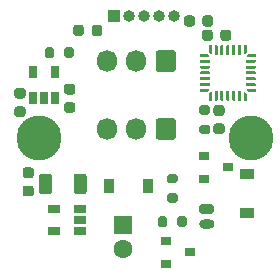
<source format=gbr>
%TF.GenerationSoftware,KiCad,Pcbnew,(5.1.8)-1*%
%TF.CreationDate,2020-11-29T16:47:13+01:00*%
%TF.ProjectId,PX12_Board,50583132-5f42-46f6-9172-642e6b696361,V1.0*%
%TF.SameCoordinates,Original*%
%TF.FileFunction,Soldermask,Top*%
%TF.FilePolarity,Negative*%
%FSLAX46Y46*%
G04 Gerber Fmt 4.6, Leading zero omitted, Abs format (unit mm)*
G04 Created by KiCad (PCBNEW (5.1.8)-1) date 2020-11-29 16:47:13*
%MOMM*%
%LPD*%
G01*
G04 APERTURE LIST*
%ADD10R,0.650000X1.060000*%
%ADD11O,1.700000X1.850000*%
%ADD12R,0.900000X0.800000*%
%ADD13O,1.300000X0.800000*%
%ADD14R,0.900000X1.200000*%
%ADD15R,1.000000X1.000000*%
%ADD16O,1.000000X1.000000*%
%ADD17R,1.200000X0.900000*%
%ADD18R,1.060000X0.650000*%
%ADD19C,0.100000*%
%ADD20R,1.600000X1.600000*%
%ADD21C,1.600000*%
%ADD22C,3.800000*%
G04 APERTURE END LIST*
D10*
%TO.C,U1*%
X165500000Y-94400000D03*
X167400000Y-94400000D03*
X167400000Y-96600000D03*
X166450000Y-96600000D03*
X165500000Y-96600000D03*
%TD*%
%TO.C,C7*%
G36*
G01*
X181000000Y-97225000D02*
X181500000Y-97225000D01*
G75*
G02*
X181725000Y-97450000I0J-225000D01*
G01*
X181725000Y-97900000D01*
G75*
G02*
X181500000Y-98125000I-225000J0D01*
G01*
X181000000Y-98125000D01*
G75*
G02*
X180775000Y-97900000I0J225000D01*
G01*
X180775000Y-97450000D01*
G75*
G02*
X181000000Y-97225000I225000J0D01*
G01*
G37*
G36*
G01*
X181000000Y-98775000D02*
X181500000Y-98775000D01*
G75*
G02*
X181725000Y-99000000I0J-225000D01*
G01*
X181725000Y-99450000D01*
G75*
G02*
X181500000Y-99675000I-225000J0D01*
G01*
X181000000Y-99675000D01*
G75*
G02*
X180775000Y-99450000I0J225000D01*
G01*
X180775000Y-99000000D01*
G75*
G02*
X181000000Y-98775000I225000J0D01*
G01*
G37*
%TD*%
D11*
%TO.C,KLIN2*%
X171750000Y-99250000D03*
X174250000Y-99250000D03*
G36*
G01*
X177600000Y-98575000D02*
X177600000Y-99925000D01*
G75*
G02*
X177350000Y-100175000I-250000J0D01*
G01*
X176150000Y-100175000D01*
G75*
G02*
X175900000Y-99925000I0J250000D01*
G01*
X175900000Y-98575000D01*
G75*
G02*
X176150000Y-98325000I250000J0D01*
G01*
X177350000Y-98325000D01*
G75*
G02*
X177600000Y-98575000I0J-250000D01*
G01*
G37*
%TD*%
%TO.C,D3*%
G36*
G01*
X168925000Y-91156250D02*
X168925000Y-90643750D01*
G75*
G02*
X169143750Y-90425000I218750J0D01*
G01*
X169581250Y-90425000D01*
G75*
G02*
X169800000Y-90643750I0J-218750D01*
G01*
X169800000Y-91156250D01*
G75*
G02*
X169581250Y-91375000I-218750J0D01*
G01*
X169143750Y-91375000D01*
G75*
G02*
X168925000Y-91156250I0J218750D01*
G01*
G37*
G36*
G01*
X170500000Y-91156250D02*
X170500000Y-90643750D01*
G75*
G02*
X170718750Y-90425000I218750J0D01*
G01*
X171156250Y-90425000D01*
G75*
G02*
X171375000Y-90643750I0J-218750D01*
G01*
X171375000Y-91156250D01*
G75*
G02*
X171156250Y-91375000I-218750J0D01*
G01*
X170718750Y-91375000D01*
G75*
G02*
X170500000Y-91156250I0J218750D01*
G01*
G37*
%TD*%
%TO.C,KLIN1*%
G36*
G01*
X177600000Y-92825000D02*
X177600000Y-94175000D01*
G75*
G02*
X177350000Y-94425000I-250000J0D01*
G01*
X176150000Y-94425000D01*
G75*
G02*
X175900000Y-94175000I0J250000D01*
G01*
X175900000Y-92825000D01*
G75*
G02*
X176150000Y-92575000I250000J0D01*
G01*
X177350000Y-92575000D01*
G75*
G02*
X177600000Y-92825000I0J-250000D01*
G01*
G37*
X174250000Y-93500000D03*
X171750000Y-93500000D03*
%TD*%
%TO.C,C3*%
G36*
G01*
X182275000Y-91050000D02*
X182275000Y-91550000D01*
G75*
G02*
X182050000Y-91775000I-225000J0D01*
G01*
X181600000Y-91775000D01*
G75*
G02*
X181375000Y-91550000I0J225000D01*
G01*
X181375000Y-91050000D01*
G75*
G02*
X181600000Y-90825000I225000J0D01*
G01*
X182050000Y-90825000D01*
G75*
G02*
X182275000Y-91050000I0J-225000D01*
G01*
G37*
G36*
G01*
X180725000Y-91050000D02*
X180725000Y-91550000D01*
G75*
G02*
X180500000Y-91775000I-225000J0D01*
G01*
X180050000Y-91775000D01*
G75*
G02*
X179825000Y-91550000I0J225000D01*
G01*
X179825000Y-91050000D01*
G75*
G02*
X180050000Y-90825000I225000J0D01*
G01*
X180500000Y-90825000D01*
G75*
G02*
X180725000Y-91050000I0J-225000D01*
G01*
G37*
%TD*%
D12*
%TO.C,Q1*%
X182000000Y-102500000D03*
X180000000Y-103450000D03*
X180000000Y-101550000D03*
%TD*%
%TO.C,VALVE1*%
G36*
G01*
X179750000Y-105600000D02*
X180650000Y-105600000D01*
G75*
G02*
X180850000Y-105800000I0J-200000D01*
G01*
X180850000Y-106200000D01*
G75*
G02*
X180650000Y-106400000I-200000J0D01*
G01*
X179750000Y-106400000D01*
G75*
G02*
X179550000Y-106200000I0J200000D01*
G01*
X179550000Y-105800000D01*
G75*
G02*
X179750000Y-105600000I200000J0D01*
G01*
G37*
D13*
X180200000Y-107250000D03*
%TD*%
%TO.C,R4*%
G36*
G01*
X166500000Y-93075000D02*
X166500000Y-92525000D01*
G75*
G02*
X166700000Y-92325000I200000J0D01*
G01*
X167100000Y-92325000D01*
G75*
G02*
X167300000Y-92525000I0J-200000D01*
G01*
X167300000Y-93075000D01*
G75*
G02*
X167100000Y-93275000I-200000J0D01*
G01*
X166700000Y-93275000D01*
G75*
G02*
X166500000Y-93075000I0J200000D01*
G01*
G37*
G36*
G01*
X168150000Y-93075000D02*
X168150000Y-92525000D01*
G75*
G02*
X168350000Y-92325000I200000J0D01*
G01*
X168750000Y-92325000D01*
G75*
G02*
X168950000Y-92525000I0J-200000D01*
G01*
X168950000Y-93075000D01*
G75*
G02*
X168750000Y-93275000I-200000J0D01*
G01*
X168350000Y-93275000D01*
G75*
G02*
X168150000Y-93075000I0J200000D01*
G01*
G37*
%TD*%
%TO.C,C5*%
G36*
G01*
X168850000Y-96325000D02*
X168350000Y-96325000D01*
G75*
G02*
X168125000Y-96100000I0J225000D01*
G01*
X168125000Y-95650000D01*
G75*
G02*
X168350000Y-95425000I225000J0D01*
G01*
X168850000Y-95425000D01*
G75*
G02*
X169075000Y-95650000I0J-225000D01*
G01*
X169075000Y-96100000D01*
G75*
G02*
X168850000Y-96325000I-225000J0D01*
G01*
G37*
G36*
G01*
X168850000Y-97875000D02*
X168350000Y-97875000D01*
G75*
G02*
X168125000Y-97650000I0J225000D01*
G01*
X168125000Y-97200000D01*
G75*
G02*
X168350000Y-96975000I225000J0D01*
G01*
X168850000Y-96975000D01*
G75*
G02*
X169075000Y-97200000I0J-225000D01*
G01*
X169075000Y-97650000D01*
G75*
G02*
X168850000Y-97875000I-225000J0D01*
G01*
G37*
%TD*%
%TO.C,C6*%
G36*
G01*
X164150000Y-97325000D02*
X164650000Y-97325000D01*
G75*
G02*
X164875000Y-97550000I0J-225000D01*
G01*
X164875000Y-98000000D01*
G75*
G02*
X164650000Y-98225000I-225000J0D01*
G01*
X164150000Y-98225000D01*
G75*
G02*
X163925000Y-98000000I0J225000D01*
G01*
X163925000Y-97550000D01*
G75*
G02*
X164150000Y-97325000I225000J0D01*
G01*
G37*
G36*
G01*
X164150000Y-95775000D02*
X164650000Y-95775000D01*
G75*
G02*
X164875000Y-96000000I0J-225000D01*
G01*
X164875000Y-96450000D01*
G75*
G02*
X164650000Y-96675000I-225000J0D01*
G01*
X164150000Y-96675000D01*
G75*
G02*
X163925000Y-96450000I0J225000D01*
G01*
X163925000Y-96000000D01*
G75*
G02*
X164150000Y-95775000I225000J0D01*
G01*
G37*
%TD*%
D12*
%TO.C,Q2*%
X176800000Y-108750000D03*
X176800000Y-110650000D03*
X178800000Y-109700000D03*
%TD*%
%TO.C,R1*%
G36*
G01*
X177025000Y-103050000D02*
X177575000Y-103050000D01*
G75*
G02*
X177775000Y-103250000I0J-200000D01*
G01*
X177775000Y-103650000D01*
G75*
G02*
X177575000Y-103850000I-200000J0D01*
G01*
X177025000Y-103850000D01*
G75*
G02*
X176825000Y-103650000I0J200000D01*
G01*
X176825000Y-103250000D01*
G75*
G02*
X177025000Y-103050000I200000J0D01*
G01*
G37*
G36*
G01*
X177025000Y-104700000D02*
X177575000Y-104700000D01*
G75*
G02*
X177775000Y-104900000I0J-200000D01*
G01*
X177775000Y-105300000D01*
G75*
G02*
X177575000Y-105500000I-200000J0D01*
G01*
X177025000Y-105500000D01*
G75*
G02*
X176825000Y-105300000I0J200000D01*
G01*
X176825000Y-104900000D01*
G75*
G02*
X177025000Y-104700000I200000J0D01*
G01*
G37*
%TD*%
%TO.C,R5*%
G36*
G01*
X180325000Y-98025000D02*
X179775000Y-98025000D01*
G75*
G02*
X179575000Y-97825000I0J200000D01*
G01*
X179575000Y-97425000D01*
G75*
G02*
X179775000Y-97225000I200000J0D01*
G01*
X180325000Y-97225000D01*
G75*
G02*
X180525000Y-97425000I0J-200000D01*
G01*
X180525000Y-97825000D01*
G75*
G02*
X180325000Y-98025000I-200000J0D01*
G01*
G37*
G36*
G01*
X180325000Y-99675000D02*
X179775000Y-99675000D01*
G75*
G02*
X179575000Y-99475000I0J200000D01*
G01*
X179575000Y-99075000D01*
G75*
G02*
X179775000Y-98875000I200000J0D01*
G01*
X180325000Y-98875000D01*
G75*
G02*
X180525000Y-99075000I0J-200000D01*
G01*
X180525000Y-99475000D01*
G75*
G02*
X180325000Y-99675000I-200000J0D01*
G01*
G37*
%TD*%
D14*
%TO.C,D1*%
X175250000Y-104050000D03*
X171950000Y-104050000D03*
%TD*%
D15*
%TO.C,SWD1*%
X172350000Y-89700000D03*
D16*
X173620000Y-89700000D03*
X174890000Y-89700000D03*
X176160000Y-89700000D03*
X177430000Y-89700000D03*
%TD*%
D17*
%TO.C,D2*%
X183600000Y-106350000D03*
X183600000Y-103050000D03*
%TD*%
%TO.C,R2*%
G36*
G01*
X170062500Y-103274998D02*
X170062500Y-104525002D01*
G75*
G02*
X169812502Y-104775000I-249998J0D01*
G01*
X169187498Y-104775000D01*
G75*
G02*
X168937500Y-104525002I0J249998D01*
G01*
X168937500Y-103274998D01*
G75*
G02*
X169187498Y-103025000I249998J0D01*
G01*
X169812502Y-103025000D01*
G75*
G02*
X170062500Y-103274998I0J-249998D01*
G01*
G37*
G36*
G01*
X167137500Y-103274998D02*
X167137500Y-104525002D01*
G75*
G02*
X166887502Y-104775000I-249998J0D01*
G01*
X166262498Y-104775000D01*
G75*
G02*
X166012500Y-104525002I0J249998D01*
G01*
X166012500Y-103274998D01*
G75*
G02*
X166262498Y-103025000I249998J0D01*
G01*
X166887502Y-103025000D01*
G75*
G02*
X167137500Y-103274998I0J-249998D01*
G01*
G37*
%TD*%
%TO.C,R3*%
G36*
G01*
X178525000Y-106825000D02*
X178525000Y-107375000D01*
G75*
G02*
X178325000Y-107575000I-200000J0D01*
G01*
X177925000Y-107575000D01*
G75*
G02*
X177725000Y-107375000I0J200000D01*
G01*
X177725000Y-106825000D01*
G75*
G02*
X177925000Y-106625000I200000J0D01*
G01*
X178325000Y-106625000D01*
G75*
G02*
X178525000Y-106825000I0J-200000D01*
G01*
G37*
G36*
G01*
X176875000Y-106825000D02*
X176875000Y-107375000D01*
G75*
G02*
X176675000Y-107575000I-200000J0D01*
G01*
X176275000Y-107575000D01*
G75*
G02*
X176075000Y-107375000I0J200000D01*
G01*
X176075000Y-106825000D01*
G75*
G02*
X176275000Y-106625000I200000J0D01*
G01*
X176675000Y-106625000D01*
G75*
G02*
X176875000Y-106825000I0J-200000D01*
G01*
G37*
%TD*%
D18*
%TO.C,U2*%
X169500000Y-107900000D03*
X169500000Y-106950000D03*
X169500000Y-106000000D03*
X167300000Y-106000000D03*
X167300000Y-107900000D03*
%TD*%
D19*
%TO.C,U3*%
G36*
X180375865Y-96289861D02*
G01*
X180378425Y-96281419D01*
X180382584Y-96273639D01*
X180388180Y-96266820D01*
X180521820Y-96133180D01*
X180528639Y-96127584D01*
X180536419Y-96123425D01*
X180544861Y-96120865D01*
X180553640Y-96120000D01*
X180580000Y-96120000D01*
X180588779Y-96120865D01*
X180597221Y-96123425D01*
X180605001Y-96127584D01*
X180611820Y-96133180D01*
X180617416Y-96139999D01*
X180621575Y-96147779D01*
X180624135Y-96156221D01*
X180625000Y-96165000D01*
X180625000Y-96830000D01*
X180624135Y-96838779D01*
X180621575Y-96847221D01*
X180617416Y-96855001D01*
X180611820Y-96861820D01*
X180605001Y-96867416D01*
X180597221Y-96871575D01*
X180588779Y-96874135D01*
X180580000Y-96875000D01*
X180420000Y-96875000D01*
X180411221Y-96874135D01*
X180402779Y-96871575D01*
X180394999Y-96867416D01*
X180388180Y-96861820D01*
X180382584Y-96855001D01*
X180378425Y-96847221D01*
X180375865Y-96838779D01*
X180375000Y-96830000D01*
X180375000Y-96298640D01*
X180375865Y-96289861D01*
G37*
G36*
G01*
X181062500Y-96875000D02*
X180937500Y-96875000D01*
G75*
G02*
X180875000Y-96812500I0J62500D01*
G01*
X180875000Y-96062500D01*
G75*
G02*
X180937500Y-96000000I62500J0D01*
G01*
X181062500Y-96000000D01*
G75*
G02*
X181125000Y-96062500I0J-62500D01*
G01*
X181125000Y-96812500D01*
G75*
G02*
X181062500Y-96875000I-62500J0D01*
G01*
G37*
G36*
G01*
X181562500Y-96875000D02*
X181437500Y-96875000D01*
G75*
G02*
X181375000Y-96812500I0J62500D01*
G01*
X181375000Y-96062500D01*
G75*
G02*
X181437500Y-96000000I62500J0D01*
G01*
X181562500Y-96000000D01*
G75*
G02*
X181625000Y-96062500I0J-62500D01*
G01*
X181625000Y-96812500D01*
G75*
G02*
X181562500Y-96875000I-62500J0D01*
G01*
G37*
G36*
G01*
X182062500Y-96875000D02*
X181937500Y-96875000D01*
G75*
G02*
X181875000Y-96812500I0J62500D01*
G01*
X181875000Y-96062500D01*
G75*
G02*
X181937500Y-96000000I62500J0D01*
G01*
X182062500Y-96000000D01*
G75*
G02*
X182125000Y-96062500I0J-62500D01*
G01*
X182125000Y-96812500D01*
G75*
G02*
X182062500Y-96875000I-62500J0D01*
G01*
G37*
G36*
G01*
X182562500Y-96875000D02*
X182437500Y-96875000D01*
G75*
G02*
X182375000Y-96812500I0J62500D01*
G01*
X182375000Y-96062500D01*
G75*
G02*
X182437500Y-96000000I62500J0D01*
G01*
X182562500Y-96000000D01*
G75*
G02*
X182625000Y-96062500I0J-62500D01*
G01*
X182625000Y-96812500D01*
G75*
G02*
X182562500Y-96875000I-62500J0D01*
G01*
G37*
G36*
G01*
X183062500Y-96875000D02*
X182937500Y-96875000D01*
G75*
G02*
X182875000Y-96812500I0J62500D01*
G01*
X182875000Y-96062500D01*
G75*
G02*
X182937500Y-96000000I62500J0D01*
G01*
X183062500Y-96000000D01*
G75*
G02*
X183125000Y-96062500I0J-62500D01*
G01*
X183125000Y-96812500D01*
G75*
G02*
X183062500Y-96875000I-62500J0D01*
G01*
G37*
G36*
X183375865Y-96156221D02*
G01*
X183378425Y-96147779D01*
X183382584Y-96139999D01*
X183388180Y-96133180D01*
X183394999Y-96127584D01*
X183402779Y-96123425D01*
X183411221Y-96120865D01*
X183420000Y-96120000D01*
X183446360Y-96120000D01*
X183455139Y-96120865D01*
X183463581Y-96123425D01*
X183471361Y-96127584D01*
X183478180Y-96133180D01*
X183611820Y-96266820D01*
X183617416Y-96273639D01*
X183621575Y-96281419D01*
X183624135Y-96289861D01*
X183625000Y-96298640D01*
X183625000Y-96830000D01*
X183624135Y-96838779D01*
X183621575Y-96847221D01*
X183617416Y-96855001D01*
X183611820Y-96861820D01*
X183605001Y-96867416D01*
X183597221Y-96871575D01*
X183588779Y-96874135D01*
X183580000Y-96875000D01*
X183420000Y-96875000D01*
X183411221Y-96874135D01*
X183402779Y-96871575D01*
X183394999Y-96867416D01*
X183388180Y-96861820D01*
X183382584Y-96855001D01*
X183378425Y-96847221D01*
X183375865Y-96838779D01*
X183375000Y-96830000D01*
X183375000Y-96165000D01*
X183375865Y-96156221D01*
G37*
G36*
X183620865Y-95911221D02*
G01*
X183623425Y-95902779D01*
X183627584Y-95894999D01*
X183633180Y-95888180D01*
X183639999Y-95882584D01*
X183647779Y-95878425D01*
X183656221Y-95875865D01*
X183665000Y-95875000D01*
X184330000Y-95875000D01*
X184338779Y-95875865D01*
X184347221Y-95878425D01*
X184355001Y-95882584D01*
X184361820Y-95888180D01*
X184367416Y-95894999D01*
X184371575Y-95902779D01*
X184374135Y-95911221D01*
X184375000Y-95920000D01*
X184375000Y-96080000D01*
X184374135Y-96088779D01*
X184371575Y-96097221D01*
X184367416Y-96105001D01*
X184361820Y-96111820D01*
X184355001Y-96117416D01*
X184347221Y-96121575D01*
X184338779Y-96124135D01*
X184330000Y-96125000D01*
X183798640Y-96125000D01*
X183789861Y-96124135D01*
X183781419Y-96121575D01*
X183773639Y-96117416D01*
X183766820Y-96111820D01*
X183633180Y-95978180D01*
X183627584Y-95971361D01*
X183623425Y-95963581D01*
X183620865Y-95955139D01*
X183620000Y-95946360D01*
X183620000Y-95920000D01*
X183620865Y-95911221D01*
G37*
G36*
G01*
X184312500Y-95625000D02*
X183562500Y-95625000D01*
G75*
G02*
X183500000Y-95562500I0J62500D01*
G01*
X183500000Y-95437500D01*
G75*
G02*
X183562500Y-95375000I62500J0D01*
G01*
X184312500Y-95375000D01*
G75*
G02*
X184375000Y-95437500I0J-62500D01*
G01*
X184375000Y-95562500D01*
G75*
G02*
X184312500Y-95625000I-62500J0D01*
G01*
G37*
G36*
G01*
X184312500Y-95125000D02*
X183562500Y-95125000D01*
G75*
G02*
X183500000Y-95062500I0J62500D01*
G01*
X183500000Y-94937500D01*
G75*
G02*
X183562500Y-94875000I62500J0D01*
G01*
X184312500Y-94875000D01*
G75*
G02*
X184375000Y-94937500I0J-62500D01*
G01*
X184375000Y-95062500D01*
G75*
G02*
X184312500Y-95125000I-62500J0D01*
G01*
G37*
G36*
G01*
X184312500Y-94625000D02*
X183562500Y-94625000D01*
G75*
G02*
X183500000Y-94562500I0J62500D01*
G01*
X183500000Y-94437500D01*
G75*
G02*
X183562500Y-94375000I62500J0D01*
G01*
X184312500Y-94375000D01*
G75*
G02*
X184375000Y-94437500I0J-62500D01*
G01*
X184375000Y-94562500D01*
G75*
G02*
X184312500Y-94625000I-62500J0D01*
G01*
G37*
G36*
G01*
X184312500Y-94125000D02*
X183562500Y-94125000D01*
G75*
G02*
X183500000Y-94062500I0J62500D01*
G01*
X183500000Y-93937500D01*
G75*
G02*
X183562500Y-93875000I62500J0D01*
G01*
X184312500Y-93875000D01*
G75*
G02*
X184375000Y-93937500I0J-62500D01*
G01*
X184375000Y-94062500D01*
G75*
G02*
X184312500Y-94125000I-62500J0D01*
G01*
G37*
G36*
G01*
X184312500Y-93625000D02*
X183562500Y-93625000D01*
G75*
G02*
X183500000Y-93562500I0J62500D01*
G01*
X183500000Y-93437500D01*
G75*
G02*
X183562500Y-93375000I62500J0D01*
G01*
X184312500Y-93375000D01*
G75*
G02*
X184375000Y-93437500I0J-62500D01*
G01*
X184375000Y-93562500D01*
G75*
G02*
X184312500Y-93625000I-62500J0D01*
G01*
G37*
G36*
X183620865Y-93044861D02*
G01*
X183623425Y-93036419D01*
X183627584Y-93028639D01*
X183633180Y-93021820D01*
X183766820Y-92888180D01*
X183773639Y-92882584D01*
X183781419Y-92878425D01*
X183789861Y-92875865D01*
X183798640Y-92875000D01*
X184330000Y-92875000D01*
X184338779Y-92875865D01*
X184347221Y-92878425D01*
X184355001Y-92882584D01*
X184361820Y-92888180D01*
X184367416Y-92894999D01*
X184371575Y-92902779D01*
X184374135Y-92911221D01*
X184375000Y-92920000D01*
X184375000Y-93080000D01*
X184374135Y-93088779D01*
X184371575Y-93097221D01*
X184367416Y-93105001D01*
X184361820Y-93111820D01*
X184355001Y-93117416D01*
X184347221Y-93121575D01*
X184338779Y-93124135D01*
X184330000Y-93125000D01*
X183665000Y-93125000D01*
X183656221Y-93124135D01*
X183647779Y-93121575D01*
X183639999Y-93117416D01*
X183633180Y-93111820D01*
X183627584Y-93105001D01*
X183623425Y-93097221D01*
X183620865Y-93088779D01*
X183620000Y-93080000D01*
X183620000Y-93053640D01*
X183620865Y-93044861D01*
G37*
G36*
X183375865Y-92161221D02*
G01*
X183378425Y-92152779D01*
X183382584Y-92144999D01*
X183388180Y-92138180D01*
X183394999Y-92132584D01*
X183402779Y-92128425D01*
X183411221Y-92125865D01*
X183420000Y-92125000D01*
X183580000Y-92125000D01*
X183588779Y-92125865D01*
X183597221Y-92128425D01*
X183605001Y-92132584D01*
X183611820Y-92138180D01*
X183617416Y-92144999D01*
X183621575Y-92152779D01*
X183624135Y-92161221D01*
X183625000Y-92170000D01*
X183625000Y-92701360D01*
X183624135Y-92710139D01*
X183621575Y-92718581D01*
X183617416Y-92726361D01*
X183611820Y-92733180D01*
X183478180Y-92866820D01*
X183471361Y-92872416D01*
X183463581Y-92876575D01*
X183455139Y-92879135D01*
X183446360Y-92880000D01*
X183420000Y-92880000D01*
X183411221Y-92879135D01*
X183402779Y-92876575D01*
X183394999Y-92872416D01*
X183388180Y-92866820D01*
X183382584Y-92860001D01*
X183378425Y-92852221D01*
X183375865Y-92843779D01*
X183375000Y-92835000D01*
X183375000Y-92170000D01*
X183375865Y-92161221D01*
G37*
G36*
G01*
X183062500Y-93000000D02*
X182937500Y-93000000D01*
G75*
G02*
X182875000Y-92937500I0J62500D01*
G01*
X182875000Y-92187500D01*
G75*
G02*
X182937500Y-92125000I62500J0D01*
G01*
X183062500Y-92125000D01*
G75*
G02*
X183125000Y-92187500I0J-62500D01*
G01*
X183125000Y-92937500D01*
G75*
G02*
X183062500Y-93000000I-62500J0D01*
G01*
G37*
G36*
G01*
X182562500Y-93000000D02*
X182437500Y-93000000D01*
G75*
G02*
X182375000Y-92937500I0J62500D01*
G01*
X182375000Y-92187500D01*
G75*
G02*
X182437500Y-92125000I62500J0D01*
G01*
X182562500Y-92125000D01*
G75*
G02*
X182625000Y-92187500I0J-62500D01*
G01*
X182625000Y-92937500D01*
G75*
G02*
X182562500Y-93000000I-62500J0D01*
G01*
G37*
G36*
G01*
X182062500Y-93000000D02*
X181937500Y-93000000D01*
G75*
G02*
X181875000Y-92937500I0J62500D01*
G01*
X181875000Y-92187500D01*
G75*
G02*
X181937500Y-92125000I62500J0D01*
G01*
X182062500Y-92125000D01*
G75*
G02*
X182125000Y-92187500I0J-62500D01*
G01*
X182125000Y-92937500D01*
G75*
G02*
X182062500Y-93000000I-62500J0D01*
G01*
G37*
G36*
G01*
X181562500Y-93000000D02*
X181437500Y-93000000D01*
G75*
G02*
X181375000Y-92937500I0J62500D01*
G01*
X181375000Y-92187500D01*
G75*
G02*
X181437500Y-92125000I62500J0D01*
G01*
X181562500Y-92125000D01*
G75*
G02*
X181625000Y-92187500I0J-62500D01*
G01*
X181625000Y-92937500D01*
G75*
G02*
X181562500Y-93000000I-62500J0D01*
G01*
G37*
G36*
G01*
X181062500Y-93000000D02*
X180937500Y-93000000D01*
G75*
G02*
X180875000Y-92937500I0J62500D01*
G01*
X180875000Y-92187500D01*
G75*
G02*
X180937500Y-92125000I62500J0D01*
G01*
X181062500Y-92125000D01*
G75*
G02*
X181125000Y-92187500I0J-62500D01*
G01*
X181125000Y-92937500D01*
G75*
G02*
X181062500Y-93000000I-62500J0D01*
G01*
G37*
G36*
X180375865Y-92161221D02*
G01*
X180378425Y-92152779D01*
X180382584Y-92144999D01*
X180388180Y-92138180D01*
X180394999Y-92132584D01*
X180402779Y-92128425D01*
X180411221Y-92125865D01*
X180420000Y-92125000D01*
X180580000Y-92125000D01*
X180588779Y-92125865D01*
X180597221Y-92128425D01*
X180605001Y-92132584D01*
X180611820Y-92138180D01*
X180617416Y-92144999D01*
X180621575Y-92152779D01*
X180624135Y-92161221D01*
X180625000Y-92170000D01*
X180625000Y-92835000D01*
X180624135Y-92843779D01*
X180621575Y-92852221D01*
X180617416Y-92860001D01*
X180611820Y-92866820D01*
X180605001Y-92872416D01*
X180597221Y-92876575D01*
X180588779Y-92879135D01*
X180580000Y-92880000D01*
X180553640Y-92880000D01*
X180544861Y-92879135D01*
X180536419Y-92876575D01*
X180528639Y-92872416D01*
X180521820Y-92866820D01*
X180388180Y-92733180D01*
X180382584Y-92726361D01*
X180378425Y-92718581D01*
X180375865Y-92710139D01*
X180375000Y-92701360D01*
X180375000Y-92170000D01*
X180375865Y-92161221D01*
G37*
G36*
X179625865Y-92911221D02*
G01*
X179628425Y-92902779D01*
X179632584Y-92894999D01*
X179638180Y-92888180D01*
X179644999Y-92882584D01*
X179652779Y-92878425D01*
X179661221Y-92875865D01*
X179670000Y-92875000D01*
X180201360Y-92875000D01*
X180210139Y-92875865D01*
X180218581Y-92878425D01*
X180226361Y-92882584D01*
X180233180Y-92888180D01*
X180366820Y-93021820D01*
X180372416Y-93028639D01*
X180376575Y-93036419D01*
X180379135Y-93044861D01*
X180380000Y-93053640D01*
X180380000Y-93080000D01*
X180379135Y-93088779D01*
X180376575Y-93097221D01*
X180372416Y-93105001D01*
X180366820Y-93111820D01*
X180360001Y-93117416D01*
X180352221Y-93121575D01*
X180343779Y-93124135D01*
X180335000Y-93125000D01*
X179670000Y-93125000D01*
X179661221Y-93124135D01*
X179652779Y-93121575D01*
X179644999Y-93117416D01*
X179638180Y-93111820D01*
X179632584Y-93105001D01*
X179628425Y-93097221D01*
X179625865Y-93088779D01*
X179625000Y-93080000D01*
X179625000Y-92920000D01*
X179625865Y-92911221D01*
G37*
G36*
G01*
X180437500Y-93625000D02*
X179687500Y-93625000D01*
G75*
G02*
X179625000Y-93562500I0J62500D01*
G01*
X179625000Y-93437500D01*
G75*
G02*
X179687500Y-93375000I62500J0D01*
G01*
X180437500Y-93375000D01*
G75*
G02*
X180500000Y-93437500I0J-62500D01*
G01*
X180500000Y-93562500D01*
G75*
G02*
X180437500Y-93625000I-62500J0D01*
G01*
G37*
G36*
G01*
X180437500Y-94125000D02*
X179687500Y-94125000D01*
G75*
G02*
X179625000Y-94062500I0J62500D01*
G01*
X179625000Y-93937500D01*
G75*
G02*
X179687500Y-93875000I62500J0D01*
G01*
X180437500Y-93875000D01*
G75*
G02*
X180500000Y-93937500I0J-62500D01*
G01*
X180500000Y-94062500D01*
G75*
G02*
X180437500Y-94125000I-62500J0D01*
G01*
G37*
G36*
G01*
X180437500Y-94625000D02*
X179687500Y-94625000D01*
G75*
G02*
X179625000Y-94562500I0J62500D01*
G01*
X179625000Y-94437500D01*
G75*
G02*
X179687500Y-94375000I62500J0D01*
G01*
X180437500Y-94375000D01*
G75*
G02*
X180500000Y-94437500I0J-62500D01*
G01*
X180500000Y-94562500D01*
G75*
G02*
X180437500Y-94625000I-62500J0D01*
G01*
G37*
G36*
G01*
X180437500Y-95125000D02*
X179687500Y-95125000D01*
G75*
G02*
X179625000Y-95062500I0J62500D01*
G01*
X179625000Y-94937500D01*
G75*
G02*
X179687500Y-94875000I62500J0D01*
G01*
X180437500Y-94875000D01*
G75*
G02*
X180500000Y-94937500I0J-62500D01*
G01*
X180500000Y-95062500D01*
G75*
G02*
X180437500Y-95125000I-62500J0D01*
G01*
G37*
G36*
G01*
X180437500Y-95625000D02*
X179687500Y-95625000D01*
G75*
G02*
X179625000Y-95562500I0J62500D01*
G01*
X179625000Y-95437500D01*
G75*
G02*
X179687500Y-95375000I62500J0D01*
G01*
X180437500Y-95375000D01*
G75*
G02*
X180500000Y-95437500I0J-62500D01*
G01*
X180500000Y-95562500D01*
G75*
G02*
X180437500Y-95625000I-62500J0D01*
G01*
G37*
G36*
X179625865Y-95911221D02*
G01*
X179628425Y-95902779D01*
X179632584Y-95894999D01*
X179638180Y-95888180D01*
X179644999Y-95882584D01*
X179652779Y-95878425D01*
X179661221Y-95875865D01*
X179670000Y-95875000D01*
X180335000Y-95875000D01*
X180343779Y-95875865D01*
X180352221Y-95878425D01*
X180360001Y-95882584D01*
X180366820Y-95888180D01*
X180372416Y-95894999D01*
X180376575Y-95902779D01*
X180379135Y-95911221D01*
X180380000Y-95920000D01*
X180380000Y-95946360D01*
X180379135Y-95955139D01*
X180376575Y-95963581D01*
X180372416Y-95971361D01*
X180366820Y-95978180D01*
X180233180Y-96111820D01*
X180226361Y-96117416D01*
X180218581Y-96121575D01*
X180210139Y-96124135D01*
X180201360Y-96125000D01*
X179670000Y-96125000D01*
X179661221Y-96124135D01*
X179652779Y-96121575D01*
X179644999Y-96117416D01*
X179638180Y-96111820D01*
X179632584Y-96105001D01*
X179628425Y-96097221D01*
X179625865Y-96088779D01*
X179625000Y-96080000D01*
X179625000Y-95920000D01*
X179625865Y-95911221D01*
G37*
%TD*%
D20*
%TO.C,C4*%
X173100000Y-107400000D03*
D21*
X173100000Y-109400000D03*
%TD*%
%TO.C,C1*%
G36*
G01*
X179200000Y-89850000D02*
X179200000Y-90350000D01*
G75*
G02*
X178975000Y-90575000I-225000J0D01*
G01*
X178525000Y-90575000D01*
G75*
G02*
X178300000Y-90350000I0J225000D01*
G01*
X178300000Y-89850000D01*
G75*
G02*
X178525000Y-89625000I225000J0D01*
G01*
X178975000Y-89625000D01*
G75*
G02*
X179200000Y-89850000I0J-225000D01*
G01*
G37*
G36*
G01*
X180750000Y-89850000D02*
X180750000Y-90350000D01*
G75*
G02*
X180525000Y-90575000I-225000J0D01*
G01*
X180075000Y-90575000D01*
G75*
G02*
X179850000Y-90350000I0J225000D01*
G01*
X179850000Y-89850000D01*
G75*
G02*
X180075000Y-89625000I225000J0D01*
G01*
X180525000Y-89625000D01*
G75*
G02*
X180750000Y-89850000I0J-225000D01*
G01*
G37*
%TD*%
%TO.C,C2*%
G36*
G01*
X165350000Y-104950000D02*
X164850000Y-104950000D01*
G75*
G02*
X164625000Y-104725000I0J225000D01*
G01*
X164625000Y-104275000D01*
G75*
G02*
X164850000Y-104050000I225000J0D01*
G01*
X165350000Y-104050000D01*
G75*
G02*
X165575000Y-104275000I0J-225000D01*
G01*
X165575000Y-104725000D01*
G75*
G02*
X165350000Y-104950000I-225000J0D01*
G01*
G37*
G36*
G01*
X165350000Y-103400000D02*
X164850000Y-103400000D01*
G75*
G02*
X164625000Y-103175000I0J225000D01*
G01*
X164625000Y-102725000D01*
G75*
G02*
X164850000Y-102500000I225000J0D01*
G01*
X165350000Y-102500000D01*
G75*
G02*
X165575000Y-102725000I0J-225000D01*
G01*
X165575000Y-103175000D01*
G75*
G02*
X165350000Y-103400000I-225000J0D01*
G01*
G37*
%TD*%
D22*
%TO.C,PGND*%
X184000000Y-100000000D03*
%TD*%
%TO.C,PVCC*%
X166000000Y-100000000D03*
%TD*%
M02*

</source>
